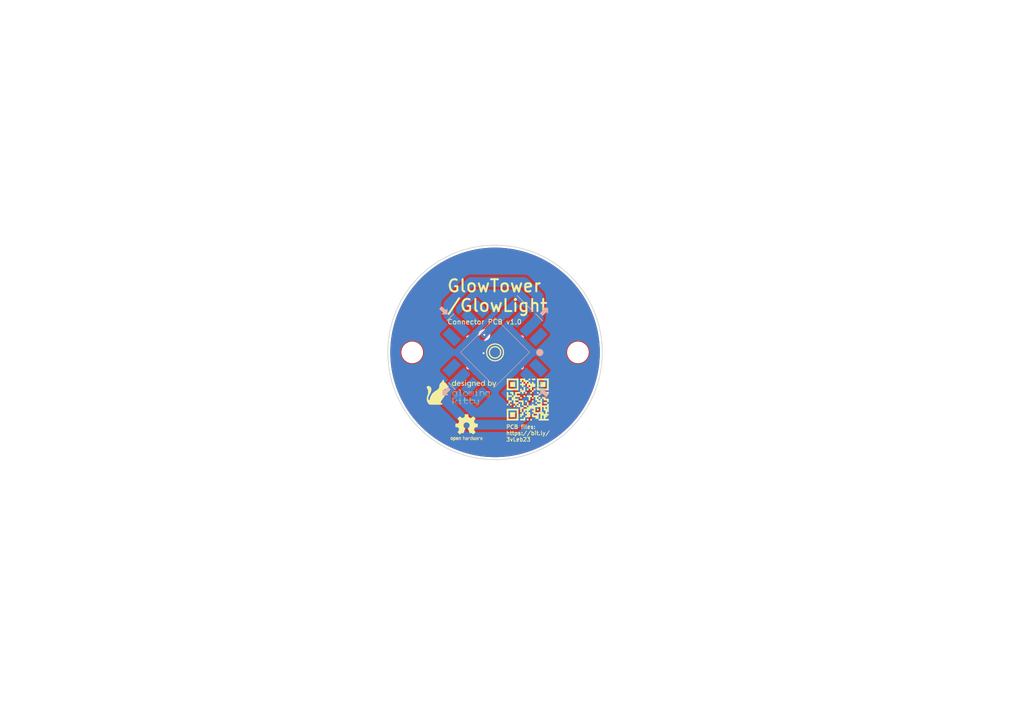
<source format=kicad_pcb>
(kicad_pcb (version 20221018) (generator pcbnew)
  (layers (0 "F.Cu" signal) (31 "B.Cu" signal) (34 "B.Paste" user) (35 "F.Paste" user) (36 "B.SilkS" user "B.Silkscreen") (37 "F.SilkS" user "F.Silkscreen") (38 "B.Mask" user) (39 "F.Mask" user) (44 "Edge.Cuts" user))
  (net 0 "")
  (net 1 "BUTTON")
  (net 3 "GND")
  (net 13 "unconnected-(U1-Pad1)")
  (net 14 "Net-(U1-Pad2)")
  (net 18 "Net-(U4-Pad2)")
  (footprint "footprint:SMTSO3030CTJ" (layer "F.Cu") (at 84.6 72.18781)
    (fp_text reference "U6" hide)
    (fp_text value "SMTSO3015CTJ")
    (pad "" np_thru_hole circle (at 0.00997 0.00254) (size 3.8 3.8) (drill 3.8) (layers "F&B.Cu" "*.Mask"))
    (pad "1" smd custom (at -2.7178 0) (size 1 1) (layers "F.Cu" "F.Paste" "F.Mask") (options (clearance outline) (anchor circle)) (primitives (gr_circle (center 2.725 0) (end 5.439265 0) (width 1) (fill none))))
  )
  (footprint "Symbol:OSHW-Logo2_7.3x6mm_SilkScreen" (layer "F.Cu") (at 95.76 87.63)
    (fp_text reference "OSHW logo" hide)
    (fp_text value "OSHW-Logo2_7.3x6mm_SilkScreen" hide)
  )
  (footprint "footprint:KEY-SMD_4P-L6.0-W6.0-P4.50-LS8.6" (layer "F.Cu") (at 101.6 72.18781)
    (fp_text reference "SW1" hide)
    (fp_text value "TS-1102S-C-A-B")
    (pad "1" smd rect (at -4.3 -2.250013) (size 2.2 1.5) (layers "F.Cu" "F.Paste" "F.Mask") (net 1 "BUTTON"))
    (pad "2" smd rect (at 4.3 -2.250013) (size 2.2 1.5) (layers "F.Cu" "F.Paste" "F.Mask"))
    (pad "3" smd rect (at -4.3 2.250114) (size 2.2 1.5) (layers "F.Cu" "F.Paste" "F.Mask") (net 3 "GND"))
    (pad "4" smd rect (at 4.3 2.250114) (size 2.2 1.5) (layers "F.Cu" "F.Paste" "F.Mask"))
  )
  (footprint "LOGO" (layer "F.Cu") (at 94.799663 80.403217)
    (fp_text reference "designedby" hide)
    (fp_text value "LOGO" hide)
  )
  (footprint "footprint:SMTSO3030CTJ" (layer "F.Cu") (at 118.6 72.18781)
    (fp_text reference "U5" hide)
    (fp_text value "SMTSO3015CTJ")
    (pad "" np_thru_hole circle (at 0.00997 0.00254) (size 3.8 3.8) (drill 3.8) (layers "F&B.Cu" "*.Mask"))
    (pad "1" smd custom (at -2.7178 0) (size 1 1) (layers "F.Cu" "F.Paste" "F.Mask") (options (clearance outline) (anchor circle)) (primitives (gr_circle (center 2.725 0) (end 5.439265 0) (width 1) (fill none))))
  )
  (footprint "LOGO" (layer "F.Cu") (at 108.31 81.86)
    (fp_text reference "qrcode" hide)
    (fp_text value "LOGO" hide)
  )
  (footprint "footprint:LED strip connector 4pad" (layer "B.Cu") (at 95.35 78.45 135)
    (fp_text reference "U2" hide)
    (fp_text value "LED strip")
    (pad "1" smd rect (at 4.064 0.3556 135) (size 2 3.5) (layers "B.Cu" "B.Mask"))
    (pad "2" smd rect (at 1.364732 0.3556 135) (size 2 3.5) (layers "B.Cu" "B.Mask") (net 18 "Net-(U4-Pad2)"))
    (pad "3" smd rect (at -1.334534 0.3556 135) (size 2 3.5) (layers "B.Cu" "B.Mask"))
    (pad "4" smd rect (at -4.0338 0.3556 135) (size 2 3.5) (layers "B.Cu" "B.Mask"))
  )
  (footprint "LOGO" (layer "B.Cu") (at 111.77 63.74 -45)
    (fp_text reference "leddirectionarrow4" hide)
    (fp_text value "LOGO" hide)
  )
  (footprint "footprint:LED strip connector 4pad" (layer "B.Cu") (at 95.333542 65.913564 45)
    (fp_text reference "U3" hide)
    (fp_text value "LED strip")
    (pad "1" smd rect (at -4.0338 0.3556 45) (size 2 3.5) (layers "B.Cu" "B.Mask"))
    (pad "2" smd rect (at -1.334534 0.3556 45) (size 2 3.5) (layers "B.Cu" "B.Mask") (net 14 "Net-(U1-Pad2)"))
    (pad "3" smd rect (at 1.364732 0.3556 45) (size 2 3.5) (layers "B.Cu" "B.Mask"))
    (pad "4" smd rect (at 4.064 0.3556 45) (size 2 3.5) (layers "B.Cu" "B.Mask"))
  )
  (footprint "footprint:LED strip connector 4pad" (layer "B.Cu") (at 107.853775 65.90088 -45)
    (fp_text reference "U1" hide)
    (fp_text value "LED strip")
    (pad "1" smd rect (at 4.064 0.3556 315) (size 2 3.5) (layers "B.Cu" "B.Mask") (net 13 "unconnected-(U1-Pad1)"))
    (pad "2" smd rect (at 1.364732 0.3556 315) (size 2 3.5) (layers "B.Cu" "B.Mask") (net 14 "Net-(U1-Pad2)"))
    (pad "3" smd rect (at -1.334534 0.3556 315) (size 2 3.5) (layers "B.Cu" "B.Mask") (net 3 "GND"))
    (pad "4" smd rect (at -4.0338 0.3556 315) (size 2 3.5) (layers "B.Cu" "B.Mask") (net 1 "BUTTON"))
  )
  (footprint "footprint:LED strip connector 4pad" (layer "B.Cu") (at 107.89 78.43 -135)
    (fp_text reference "U4" hide)
    (fp_text value "LED strip")
    (pad "1" smd rect (at -4.0338 0.3556 225) (size 2 3.5) (layers "B.Cu" "B.Mask"))
    (pad "2" smd rect (at -1.334534 0.3556 225) (size 2 3.5) (layers "B.Cu" "B.Mask") (net 18 "Net-(U4-Pad2)"))
    (pad "3" smd rect (at 1.364732 0.3556 225) (size 2 3.5) (layers "B.Cu" "B.Mask"))
    (pad "4" smd rect (at 4.064 0.3556 225) (size 2 3.5) (layers "B.Cu" "B.Mask"))
  )
  (footprint "LOGO" (layer "B.Cu") (at 91.11 63.68 -135)
    (fp_text reference "leddirectionarrow2" hide)
    (fp_text value "LOGO" hide)
  )
  (footprint "LOGO" (layer "B.Cu") (at 91.528542 80.261884 135)
    (fp_text reference "leddirectionarrow3" hide)
    (fp_text value "LOGO" hide)
  )
  (footprint "LOGO" (layer "B.Cu") (at 111.61 80.4 45)
    (fp_text reference "leddirectionarrow1" hide)
    (fp_text value "LOGO" hide)
  )
  (gr_line (start 109.431458 63.828117) (end 108.011458 62.368117) (stroke (width 0.15)) (layer "B.SilkS"))
  (gr_line (start 94.531122 72.181814) (end 101.60219 79.252882) (stroke (width 0.1)) (layer "B.SilkS"))
  (gr_line (start 93.458542 79.841884) (end 92.038542 78.381884) (stroke (width 0.15)) (layer "B.SilkS"))
  (gr_line (start 101.60219 65.110746) (end 94.531122 72.181814) (stroke (width 0.1)) (layer "B.SilkS"))
  (gr_line (start 91.7 65.69) (end 93.16 64.27) (stroke (width 0.15)) (layer "B.SilkS"))
  (gr_line (start 101.60219 79.252882) (end 108.673258 72.181814) (stroke (width 0.1)) (layer "B.SilkS"))
  (gr_circle (center 110.78 72.2) (end 110.120578 72.2) (stroke (width 0.15)) (fill solid) (layer "B.SilkS"))
  (gr_line (start 108.673258 72.181814) (end 101.60219 65.110746) (stroke (width 0.1)) (layer "B.SilkS"))
  (gr_line (start 107.54 61.97) (end 106.12 60.51) (stroke (width 0.15)) (layer "B.SilkS"))
  (gr_line (start 111.351458 65.728117) (end 109.931458 64.268117) (stroke (width 0.15)) (layer "B.SilkS"))
  (gr_line (start 111.28 78.46) (end 109.82 79.88) (stroke (width 0.15)) (layer "B.SilkS"))
  (gr_circle locked (center 101.6 72.18781) (end 123.6 72.18781) (stroke (width 0.15)) (fill none) (layer "Edge.Cuts"))
  (gr_text "PCB files:\nhttps://bit.ly/\n3vLeb23" (at 103.81 88.76) (layer "F.SilkS") (effects (font (size 0.8 0.8)) (justify left)))
  (gr_text "GlowTower\n/GlowLight" (at 91.58 60.56) (layer "F.SilkS") (effects (font (size 2.5 2.5) (thickness 0.4)) (justify left)))
  (gr_text "Connector PCB v1.0" (at 91.76 65.94) (layer "F.SilkS") (effects (font (size 1 1)) (justify left)))
  (segment (start 98.112203 69.937797) (end 97.3 69.937797) (width 1) (layer "F.Cu") (net 1))
  (segment (start 99.41 68.64) (end 98.112203 69.937797) (width 1.4) (layer "F.Cu") (net 1))
  (segment (start 99.41 68.58) (end 99.41 68.64) (width 1) (layer "F.Cu") (net 1))
  (via (at 99.41 68.58) (size 0.8) (drill 0.4) (layers "F.Cu" "B.Cu") (net 1))
  (segment (start 104.35 63.7) (end 104.29 63.7) (width 1) (layer "B.Cu") (net 1))
  (segment (start 104.29 63.7) (end 99.41 68.58) (width 1.4) (layer "B.Cu") (net 1))
  (segment (start 99.24 72.497924) (end 97.3 74.437924) (width 1) (layer "F.Cu") (net 3))
  (segment (start 99.24 72.35) (end 99.24 72.497924) (width 1) (layer "F.Cu") (net 3))
  (via (at 99.24 72.35) (size 0.8) (drill 0.4) (layers "F.Cu" "B.Cu") (net 3))
  (segment (start 106.25867 65.608669) (end 105.981331 65.608669) (width 1) (layer "B.Cu") (net 3))
  (segment (start 105.981331 65.608669) (end 99.24 72.35) (width 1) (layer "B.Cu") (net 3))
  (segment (start 110.07601 69.426009) (end 110.07601 69.47399) (width 2) (layer "B.Cu") (net 13))
  (segment (start 95.041331 67.508669) (end 92.05 64.517338) (width 2) (layer "B.Cu") (net 14))
  (segment (start 92.05 62.29) (end 96.59 57.75) (width 2) (layer "B.Cu") (net 14))
  (segment (start 92.05 64.517338) (end 92.05 62.29) (width 2) (layer "B.Cu") (net 14))
  (segment (start 110.47 60.68) (end 110.47 65.214677) (width 2) (layer "B.Cu") (net 14))
  (segment (start 96.59 57.75) (end 107.54 57.75) (width 2) (layer "B.Cu") (net 14))
  (segment (start 110.47 65.214677) (end 108.167339 67.517338) (width 2) (layer "B.Cu") (net 14))
  (segment (start 107.54 57.75) (end 110.47 60.68) (width 2) (layer "B.Cu") (net 14))
  (segment (start 94.15 84.84) (end 91.6 82.29) (width 2) (layer "B.Cu") (net 18))
  (segment (start 94.15 84.88) (end 94.15 84.84) (width 2) (layer "B.Cu") (net 18))
  (segment (start 94.15 84.88) (end 96.28 87.01) (width 2) (layer "B.Cu") (net 18))
  (segment (start 91.6 82.29) (end 91.6 80.269978) (width 2) (layer "B.Cu") (net 18))
  (segment (start 105.76 87.01) (end 110.51 82.26) (width 2) (layer "B.Cu") (net 18))
  (segment (start 110.51 82.26) (end 110.51 79.162684) (width 2) (layer "B.Cu") (net 18))
  (segment (start 110.51 79.162684) (end 108.182211 76.834895) (width 2) (layer "B.Cu") (net 18))
  (segment (start 91.6 80.269978) (end 95.036436 76.833542) (width 2) (layer "B.Cu") (net 18))
  (segment (start 96.28 87.01) (end 105.76 87.01) (width 2) (layer "B.Cu") (net 18))
  (zone (net 3) (net_name "GND") (layers "F&B.Cu") (connect_pads (clearance 0.508)) (min_thickness 0.254) (fill yes (thermal_gap 0.508) (thermal_bridge_width 0.508) (island_removal_mode 1) (island_area_min 0))
    (polygon (pts (xy 210.12 148.01) (xy 0.05 148.01) (xy 0.05 -0.1) (xy 210.12 -0.1)))
  )
)
</source>
